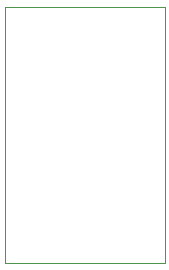
<source format=gbr>
G04 #@! TF.GenerationSoftware,KiCad,Pcbnew,(6.0.1-0)*
G04 #@! TF.CreationDate,2022-03-14T11:09:26-04:00*
G04 #@! TF.ProjectId,MBC1-TSOP32,4d424331-2d54-4534-9f50-33322e6b6963,rev?*
G04 #@! TF.SameCoordinates,Original*
G04 #@! TF.FileFunction,Profile,NP*
%FSLAX46Y46*%
G04 Gerber Fmt 4.6, Leading zero omitted, Abs format (unit mm)*
G04 Created by KiCad (PCBNEW (6.0.1-0)) date 2022-03-14 11:09:26*
%MOMM*%
%LPD*%
G01*
G04 APERTURE LIST*
G04 #@! TA.AperFunction,Profile*
%ADD10C,0.100000*%
G04 #@! TD*
G04 APERTURE END LIST*
D10*
X105855000Y-48025000D02*
X105860000Y-69700000D01*
X119395000Y-48025000D02*
X119400000Y-69700000D01*
X105860000Y-69700000D02*
X119400000Y-69700000D01*
X105855000Y-48025000D02*
X119395000Y-48025000D01*
M02*

</source>
